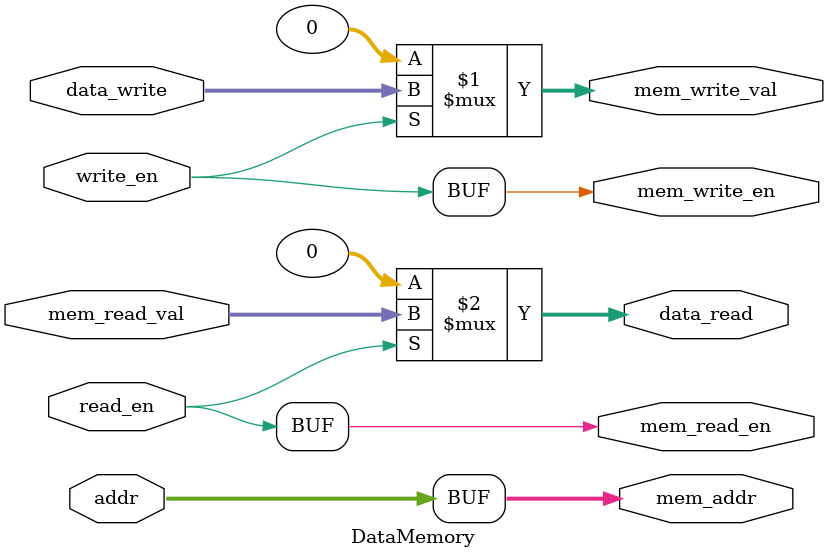
<source format=v>
`ifndef __DATAMEMORY_V__
`define __DATAMEMORY_V__

module DataMemory # (
	parameter MEM_WIDTH = 32, // size
	parameter MEM_SIZE = 256 // length
	)	(
	input wire [$clog2(MEM_SIZE)-1:0] addr,
	output wire [MEM_WIDTH-1:0] data_read,
	input wire [MEM_WIDTH-1:0] data_write,
	input wire read_en,
	input wire write_en,

	output wire [$clog2(MEM_SIZE)-1:0] mem_addr,
	output wire mem_read_en,
	output wire mem_write_en,
	input wire [MEM_WIDTH-1:0] mem_read_val,
	output wire [MEM_WIDTH-1:0] mem_write_val
	);

	assign mem_addr = addr;
	assign mem_read_en = read_en;
	assign mem_write_en = write_en;
	assign mem_write_val = write_en ? data_write : 0;
	assign data_read = read_en ? mem_read_val : 0;

endmodule

`endif /*__DATAMEMORY_V__*/

</source>
